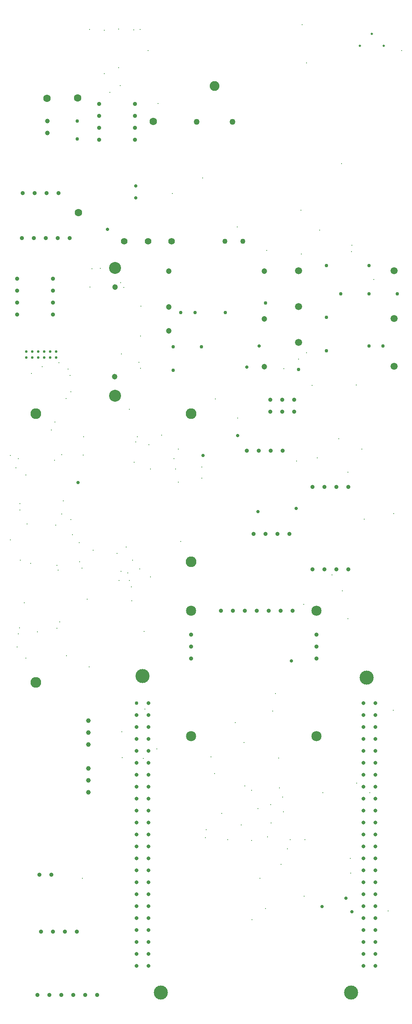
<source format=gbr>
G04 Layer_Color=0*
%FSLAX26Y26*%
%MOIN*%
%TF.FileFunction,Plated,1,6,PTH,Drill*%
%TF.Part,Single*%
G01*
G75*
%TA.AperFunction,ComponentDrill*%
%ADD157C,0.062992*%
%ADD158C,0.035433*%
%ADD159C,0.039370*%
%ADD160C,0.035433*%
%TA.AperFunction,OtherDrill,Pad Free-7 (1559.7mil,3546.41mil)*%
%ADD161C,0.085000*%
%TA.AperFunction,OtherDrill,Pad Free-6 (2609.7mil,2496.41mil)*%
%ADD162C,0.085000*%
%TA.AperFunction,OtherDrill,Pad Free-5 (2609.7mil,3546.41mil)*%
%ADD163C,0.085000*%
%TA.AperFunction,OtherDrill,Pad Free-4 (1559.7mil,2496.41mil)*%
%ADD164C,0.085000*%
%TA.AperFunction,OtherDrill,Pad Free-3 (259.7mil,5196.41mil)*%
%ADD165C,0.090000*%
%TA.AperFunction,OtherDrill,Pad Free-3 (1559.7mil,5196.41mil)*%
%ADD166C,0.090000*%
%TA.AperFunction,OtherDrill,Pad Free-3 (259.7mil,2946.41mil)*%
%ADD167C,0.090000*%
%TA.AperFunction,OtherDrill,Pad Free-3 (1559.7mil,3956.41mil)*%
%ADD168C,0.090000*%
%TA.AperFunction,OtherDrill,Pad Free-3 (2902.316mil,348.426mil)*%
%ADD169C,0.118110*%
%TA.AperFunction,OtherDrill,Pad Free-3 (1308.424mil,348.426mil)*%
%ADD170C,0.118110*%
%TA.AperFunction,OtherDrill,Pad Free-3 (1155.37mil,2997mil)*%
%ADD171C,0.118110*%
%TA.AperFunction,OtherDrill,Pad Free-3 (3030.268mil,2986.22mil)*%
%ADD172C,0.118110*%
%TA.AperFunction,ComponentDrill*%
%ADD173C,0.055118*%
%ADD174C,0.043307*%
%TA.AperFunction,OtherDrill,Free Pad (1411.094mil,5559.96mil)*%
%ADD175C,0.030000*%
%TA.AperFunction,OtherDrill,Free Pad (1411.094mil,5756.812mil)*%
%ADD176C,0.030000*%
%TA.AperFunction,OtherDrill,Free Pad (1647.314mil,5756.812mil)*%
%ADD177C,0.030000*%
%TA.AperFunction,OtherDrill,Free Pad (1593.26mil,6042.402mil)*%
%ADD178C,0.030000*%
%TA.AperFunction,OtherDrill,Free Pad (1475.15mil,6042.402mil)*%
%ADD179C,0.030000*%
%TA.AperFunction,OtherDrill,Free Pad (1849.164mil,6042.402mil)*%
%ADD180C,0.030000*%
%TA.AperFunction,OtherDrill,Free Pad (2183.81mil,6121.142mil)*%
%ADD181C,0.030000*%
%TA.AperFunction,OtherDrill,Free Pad (2695.622mil,6436.102mil)*%
%ADD182C,0.030000*%
%TA.AperFunction,OtherDrill,Free Pad (3049.952mil,6436.102mil)*%
%ADD183C,0.030000*%
%TA.AperFunction,OtherDrill,Free Pad (3286.172mil,6199.882mil)*%
%ADD184C,0.030000*%
%TA.AperFunction,OtherDrill,Free Pad (3049.952mil,6199.882mil)*%
%ADD185C,0.030000*%
%TA.AperFunction,OtherDrill,Free Pad (2813.732mil,6199.882mil)*%
%ADD186C,0.030000*%
%TA.AperFunction,OtherDrill,Free Pad (2695.622mil,6003.032mil)*%
%ADD187C,0.030000*%
%TA.AperFunction,OtherDrill,Free Pad (2459.402mil,5564.96mil)*%
%ADD188C,0.030000*%
%TA.AperFunction,OtherDrill,Free Pad (2695.622mil,5722.442mil)*%
%ADD189C,0.030000*%
%TA.AperFunction,OtherDrill,Free Pad (3049.952mil,5761.812mil)*%
%ADD190C,0.030000*%
%TA.AperFunction,OtherDrill,Free Pad (3168.064mil,5761.812mil)*%
%ADD191C,0.030000*%
%TA.AperFunction,ComponentDrill*%
%ADD192C,0.027559*%
%ADD193C,0.059055*%
%ADD194C,0.030000*%
%ADD195C,0.050000*%
%ADD196C,0.082000*%
%ADD197C,0.020000*%
%ADD198C,0.047244*%
%ADD199C,0.047244*%
%ADD200C,0.047000*%
%ADD201C,0.100000*%
%ADD202C,0.031496*%
%ADD203C,0.022268*%
%ADD204C,0.022268*%
%TA.AperFunction,ViaDrill,NotFilled*%
%ADD205C,0.028000*%
%ADD206C,0.011811*%
D157*
X619116Y6877000D02*
D03*
X1245000Y7641000D02*
D03*
X612000Y7837000D02*
D03*
X355000Y7836000D02*
D03*
D158*
X303300Y859252D02*
D03*
X403300Y859252D02*
D03*
X503300Y859252D02*
D03*
X603300Y859252D02*
D03*
X1809700Y3546410D02*
D03*
X1909700Y3546410D02*
D03*
X2009700Y3546410D02*
D03*
X2109700Y3546410D02*
D03*
X2309700Y3546410D02*
D03*
X2409700Y3546410D02*
D03*
X2209700Y3546410D02*
D03*
X289702Y1336410D02*
D03*
X389702Y1336410D02*
D03*
X274360Y328740D02*
D03*
X374360Y328740D02*
D03*
X474360Y328740D02*
D03*
X574360Y328740D02*
D03*
X674360Y328740D02*
D03*
X774360Y328740D02*
D03*
X791686Y7787796D02*
D03*
X791686Y7687796D02*
D03*
X791686Y7587796D02*
D03*
X791686Y7487796D02*
D03*
X1091686Y7787796D02*
D03*
X1091686Y7687796D02*
D03*
X1091686Y7587796D02*
D03*
X1091686Y7487796D02*
D03*
X104680Y6324606D02*
D03*
X104680Y6224606D02*
D03*
X104680Y6124606D02*
D03*
X104680Y6024606D02*
D03*
X404680Y6324606D02*
D03*
X404680Y6224606D02*
D03*
X404680Y6124606D02*
D03*
X404680Y6024606D02*
D03*
X243064Y6665158D02*
D03*
X343064Y6665158D02*
D03*
X443064Y6665158D02*
D03*
X543064Y6665158D02*
D03*
X143064Y6665158D02*
D03*
X2877512Y3891732D02*
D03*
X2777512Y3891732D02*
D03*
X2677512Y3891732D02*
D03*
X2577512Y3891732D02*
D03*
X151528Y7041338D02*
D03*
X251528Y7041338D02*
D03*
X351528Y7041338D02*
D03*
X451528Y7041338D02*
D03*
X2877512Y4580708D02*
D03*
X2777512Y4580708D02*
D03*
X2677512Y4580708D02*
D03*
X2577512Y4580708D02*
D03*
X2326330Y4885826D02*
D03*
X2226330Y4885826D02*
D03*
X2126330Y4885826D02*
D03*
X2026330Y4885826D02*
D03*
X2385386Y4187008D02*
D03*
X2285386Y4187008D02*
D03*
X2185386Y4187008D02*
D03*
X2085386Y4187008D02*
D03*
X2223182Y5310630D02*
D03*
X2323182Y5310630D02*
D03*
X2423182Y5310630D02*
D03*
X2423182Y5210630D02*
D03*
X2323182Y5210630D02*
D03*
X2223182Y5210630D02*
D03*
D159*
X699700Y2626410D02*
D03*
X699700Y2526410D02*
D03*
X699700Y2426410D02*
D03*
X699700Y2026410D02*
D03*
X699700Y2126410D02*
D03*
X699700Y2226410D02*
D03*
X356700Y7644094D02*
D03*
X356700Y7544094D02*
D03*
D160*
X1559700Y3346410D02*
D03*
X1559700Y3246410D02*
D03*
X1559700Y3146410D02*
D03*
X2609700Y3346410D02*
D03*
X2609700Y3246410D02*
D03*
X2609700Y3146410D02*
D03*
D161*
X1559700Y3546410D02*
D03*
D162*
X2609700Y2496410D02*
D03*
D163*
X2609700Y3546410D02*
D03*
D164*
X1559700Y2496410D02*
D03*
D165*
X259700Y5196410D02*
D03*
D166*
X1559700Y5196410D02*
D03*
D167*
X259700Y2946410D02*
D03*
D168*
X1559700Y3956410D02*
D03*
D169*
X2902316Y348426D02*
D03*
D170*
X1308424Y348426D02*
D03*
D171*
X1155370Y2997000D02*
D03*
D172*
X3030268Y2986220D02*
D03*
D173*
X1397786Y6640158D02*
D03*
X1000936Y6640158D02*
D03*
X1199362Y6640158D02*
D03*
D174*
X1993062Y6640158D02*
D03*
X1844244Y6640158D02*
D03*
D175*
X1411094Y5559960D02*
D03*
D176*
X1411094Y5756812D02*
D03*
D177*
X1647314Y5756812D02*
D03*
D178*
X1593260Y6042402D02*
D03*
D179*
X1475150Y6042402D02*
D03*
D180*
X1849164Y6042402D02*
D03*
D181*
X2183810Y6121142D02*
D03*
D182*
X2695622Y6436102D02*
D03*
D183*
X3049952Y6436102D02*
D03*
D184*
X3286172Y6199882D02*
D03*
D185*
X3049952Y6199882D02*
D03*
D186*
X2813732Y6199882D02*
D03*
D187*
X2695622Y6003032D02*
D03*
D188*
X2459402Y5564960D02*
D03*
D189*
X2695622Y5722442D02*
D03*
D190*
X3049952Y5761812D02*
D03*
D191*
X3168064Y5761812D02*
D03*
D192*
X1099164Y7101180D02*
D03*
X1099164Y7001180D02*
D03*
D193*
X3259402Y6391732D02*
D03*
X3259402Y5991732D02*
D03*
X3259402Y5591732D02*
D03*
X2459402Y6391732D02*
D03*
X2459402Y5791732D02*
D03*
X2459402Y6091732D02*
D03*
D194*
X609008Y7494094D02*
D03*
X609008Y7643700D02*
D03*
X1105370Y2772000D02*
D03*
D195*
X1606000Y7640000D02*
D03*
X1906000Y7640000D02*
D03*
D196*
X1756000Y7940000D02*
D03*
D197*
X2974700Y8276410D02*
D03*
X3174700Y8276410D02*
D03*
X3074700Y8376410D02*
D03*
D198*
X2173968Y5588190D02*
D03*
X2173968Y6388190D02*
D03*
X1373968Y5888190D02*
D03*
X1373968Y6088190D02*
D03*
X1373968Y6388190D02*
D03*
D199*
X2173968Y5988190D02*
D03*
D200*
X922368Y5505622D02*
D03*
X923968Y6254222D02*
D03*
D201*
X923968Y6416122D02*
D03*
X923968Y5343722D02*
D03*
D202*
X3005370Y572000D02*
D03*
X3005370Y672000D02*
D03*
X3005370Y772000D02*
D03*
X3005370Y872000D02*
D03*
X3005370Y972000D02*
D03*
X3005370Y1072000D02*
D03*
X3005370Y1172000D02*
D03*
X3005370Y1272000D02*
D03*
X3005370Y1372000D02*
D03*
X3005370Y1472000D02*
D03*
X3005370Y1572000D02*
D03*
X3005370Y1672000D02*
D03*
X3005370Y1772000D02*
D03*
X3005370Y1872000D02*
D03*
X3005370Y1972000D02*
D03*
X3005370Y2072000D02*
D03*
X3005370Y2172000D02*
D03*
X3005370Y2272000D02*
D03*
X3005370Y2372000D02*
D03*
X3005370Y2472000D02*
D03*
X3005370Y2572000D02*
D03*
X3005370Y2672000D02*
D03*
X3105370Y572000D02*
D03*
X3105370Y672000D02*
D03*
X3105370Y772000D02*
D03*
X3105370Y872000D02*
D03*
X3105370Y972000D02*
D03*
X3105370Y1072000D02*
D03*
X3105370Y1172000D02*
D03*
X3105370Y1272000D02*
D03*
X3105370Y1372000D02*
D03*
X3105370Y1472000D02*
D03*
X3105370Y1572000D02*
D03*
X3105370Y1672000D02*
D03*
X3105370Y1772000D02*
D03*
X3105370Y1872000D02*
D03*
X3105370Y1972000D02*
D03*
X3105370Y2072000D02*
D03*
X3105370Y2172000D02*
D03*
X3105370Y2272000D02*
D03*
X3105370Y2372000D02*
D03*
X3105370Y2472000D02*
D03*
X3105370Y2572000D02*
D03*
X3105370Y2672000D02*
D03*
X3105370Y2772000D02*
D03*
X3005370Y2772000D02*
D03*
X1105370Y572000D02*
D03*
X1105370Y672000D02*
D03*
X1105370Y772000D02*
D03*
X1105370Y872000D02*
D03*
X1105370Y972000D02*
D03*
X1105370Y1072000D02*
D03*
X1105370Y1172000D02*
D03*
X1105370Y1272000D02*
D03*
X1105370Y1372000D02*
D03*
X1105370Y1472000D02*
D03*
X1105370Y1572000D02*
D03*
X1105370Y1672000D02*
D03*
X1105370Y1772000D02*
D03*
X1105370Y1872000D02*
D03*
X1105370Y1972000D02*
D03*
X1105370Y2072000D02*
D03*
X1105370Y2172000D02*
D03*
X1105370Y2272000D02*
D03*
X1105370Y2372000D02*
D03*
X1105370Y2472000D02*
D03*
X1105370Y2572000D02*
D03*
X1105370Y2672000D02*
D03*
X1205370Y572000D02*
D03*
X1205370Y672000D02*
D03*
X1205370Y772000D02*
D03*
X1205370Y872000D02*
D03*
X1205370Y972000D02*
D03*
X1205370Y1072000D02*
D03*
X1205370Y1172000D02*
D03*
X1205370Y1272000D02*
D03*
X1205370Y1372000D02*
D03*
X1205370Y1472000D02*
D03*
X1205370Y1572000D02*
D03*
X1205370Y1672000D02*
D03*
X1205370Y1772000D02*
D03*
X1205370Y1872000D02*
D03*
X1205370Y1972000D02*
D03*
X1205370Y2072000D02*
D03*
X1205370Y2172000D02*
D03*
X1205370Y2272000D02*
D03*
X1205370Y2372000D02*
D03*
X1205370Y2472000D02*
D03*
X1205370Y2572000D02*
D03*
X1205370Y2672000D02*
D03*
X1205370Y2772000D02*
D03*
D203*
X380622Y5664568D02*
D03*
X230622Y5664568D02*
D03*
X280622Y5664568D02*
D03*
X330622Y5664568D02*
D03*
X430622Y5664568D02*
D03*
X180622Y5714568D02*
D03*
X230622Y5714568D02*
D03*
X280622Y5714568D02*
D03*
X330622Y5714568D02*
D03*
X380622Y5714568D02*
D03*
X430622Y5714568D02*
D03*
D204*
X180622Y5664568D02*
D03*
D205*
X2909116Y1024236D02*
D03*
X2859116Y1137000D02*
D03*
X2659116Y1067000D02*
D03*
X2399700Y3126410D02*
D03*
X2119700Y4376410D02*
D03*
X2439700Y4401700D02*
D03*
X862370Y6739000D02*
D03*
X2130370Y5761000D02*
D03*
X2027370Y5585000D02*
D03*
X1661370Y4845000D02*
D03*
X1949370Y5011000D02*
D03*
X613370Y4620000D02*
D03*
D206*
X2742000Y3845000D02*
D03*
X3212000Y1032000D02*
D03*
X3059116Y2022000D02*
D03*
X2945958Y2100528D02*
D03*
X1275148Y2388000D02*
D03*
X1174116Y2722000D02*
D03*
X2526000Y8133000D02*
D03*
X954700Y8090700D02*
D03*
X834700Y8040700D02*
D03*
X710000Y8411000D02*
D03*
X1200000Y8236000D02*
D03*
X1082028Y8408720D02*
D03*
X1283694Y7793306D02*
D03*
X834700Y8406410D02*
D03*
X954700Y8416410D02*
D03*
X709000Y3074000D02*
D03*
X980000Y2532000D02*
D03*
X2326000Y1985000D02*
D03*
X1981000Y1751000D02*
D03*
X649700Y1306410D02*
D03*
X2005370Y2442000D02*
D03*
X1125000Y5626000D02*
D03*
X2122064Y1888772D02*
D03*
X1817064Y1848772D02*
D03*
X2504582Y3598772D02*
D03*
X1455370Y4622000D02*
D03*
X428602Y4263000D02*
D03*
X623370Y4114000D02*
D03*
X626370Y3956000D02*
D03*
X2389370Y1628000D02*
D03*
X2515370Y1629000D02*
D03*
X476620Y4355000D02*
D03*
X2638370Y6731000D02*
D03*
X2482370Y6897000D02*
D03*
X1207370Y4936000D02*
D03*
X392370Y5058000D02*
D03*
X419370Y5126000D02*
D03*
X1656000Y7168000D02*
D03*
X1096370Y4957000D02*
D03*
X1084370Y4790000D02*
D03*
X1219370Y3830000D02*
D03*
X1649370Y4747000D02*
D03*
X656370Y4847000D02*
D03*
X1950370Y5157000D02*
D03*
X2367370Y1553000D02*
D03*
X1220370Y4731000D02*
D03*
X477370Y4851000D02*
D03*
X112944Y3352362D02*
D03*
X94370Y4742000D02*
D03*
X129370Y3970000D02*
D03*
X2232370Y1769000D02*
D03*
X179000Y3148000D02*
D03*
X1044000Y3800000D02*
D03*
X2010000Y2079000D02*
D03*
X2663158Y2021158D02*
D03*
X2293000Y2312000D02*
D03*
X514000Y5321008D02*
D03*
X996804Y6253000D02*
D03*
X1139000Y5574000D02*
D03*
X2874000Y4706000D02*
D03*
X530000Y5570000D02*
D03*
X983000Y2316654D02*
D03*
X548280Y5514440D02*
D03*
X114000Y4816930D02*
D03*
X177000Y4683000D02*
D03*
X3010000Y4313000D02*
D03*
X2067000Y2043000D02*
D03*
X2202000Y1651322D02*
D03*
X2904000Y6552000D02*
D03*
X453000Y5621000D02*
D03*
X219000Y3941748D02*
D03*
X968000Y7942914D02*
D03*
X2617000Y4824000D02*
D03*
X2459402Y5652000D02*
D03*
X417000Y4804000D02*
D03*
X972000Y6292000D02*
D03*
X1169000Y3371000D02*
D03*
X1109370Y5003000D02*
D03*
X104000Y3242000D02*
D03*
X1949000Y6757000D02*
D03*
X2896000Y1347000D02*
D03*
X2894346Y1471654D02*
D03*
X1063456Y3627000D02*
D03*
X2875000Y3479000D02*
D03*
X517000Y3168000D02*
D03*
X1404000Y7039598D02*
D03*
X3325000Y8236000D02*
D03*
X3257000Y4358268D02*
D03*
X2574370Y5433000D02*
D03*
X2336370Y5573000D02*
D03*
X2945370Y5434000D02*
D03*
X2315702Y1421258D02*
D03*
X2137000Y1305000D02*
D03*
X646370Y3901000D02*
D03*
X164126Y3612204D02*
D03*
X1756644Y2181000D02*
D03*
X1160000Y2307000D02*
D03*
X882000Y7884000D02*
D03*
X940370Y4026000D02*
D03*
X1018370Y4080000D02*
D03*
X1474000Y4126000D02*
D03*
X569048Y4182404D02*
D03*
X1679874Y1645670D02*
D03*
X1866370Y1627000D02*
D03*
X2333418Y1862204D02*
D03*
X437370Y3400000D02*
D03*
X186370Y4271000D02*
D03*
X958418Y3798228D02*
D03*
X2301922Y2062992D02*
D03*
X2067370Y1622000D02*
D03*
X2070000Y958662D02*
D03*
X3092000Y6318000D02*
D03*
X2821606Y7287402D02*
D03*
X2907370Y6604000D02*
D03*
X2443654Y4799212D02*
D03*
X1764000Y5319000D02*
D03*
X2491882Y8450196D02*
D03*
X313370Y5589000D02*
D03*
X125370Y3402000D02*
D03*
X275370Y3367000D02*
D03*
X491370Y4465000D02*
D03*
X438370Y3926000D02*
D03*
X1131370Y3896000D02*
D03*
X742370Y4053000D02*
D03*
X1687748Y1712598D02*
D03*
X1932370Y2607000D02*
D03*
X1061764Y3744094D02*
D03*
X2185418Y1052000D02*
D03*
X2508024Y1156024D02*
D03*
X1140504Y6096456D02*
D03*
X715308Y6253938D02*
D03*
X2992184Y4897888D02*
D03*
X660190Y5001968D02*
D03*
X2269000Y2852000D02*
D03*
X1455464Y4899606D02*
D03*
X2529000Y5704212D02*
D03*
X1651000Y4655000D02*
D03*
X1431842Y4730316D02*
D03*
X1045000Y5231000D02*
D03*
X128692Y4389764D02*
D03*
X2798000Y4985000D02*
D03*
X2245000Y2706000D02*
D03*
X3254000Y2712000D02*
D03*
X1314000Y5014000D02*
D03*
X692000Y3641000D02*
D03*
X2826370Y3711000D02*
D03*
X2226000Y1922000D02*
D03*
X128692Y4440944D02*
D03*
X973000Y3875000D02*
D03*
X1071000Y3967000D02*
D03*
X1030268Y3862204D02*
D03*
X49000Y4138000D02*
D03*
X1726000Y2322000D02*
D03*
X49000Y4844000D02*
D03*
X446000Y3885000D02*
D03*
X460000Y3450788D02*
D03*
X554500Y5378500D02*
D03*
X2483000Y6531000D02*
D03*
X2195370Y6562000D02*
D03*
X978634Y5693930D02*
D03*
X1418634Y4818930D02*
D03*
X553634Y4308930D02*
D03*
X1135700Y8411410D02*
D03*
X1139000Y5845000D02*
D03*
X800634Y6412930D02*
D03*
X731634Y6407930D02*
D03*
X225622Y5530568D02*
D03*
%TF.MD5,7e2231a0e51296b30e8468ad218cadfa*%
M02*

</source>
